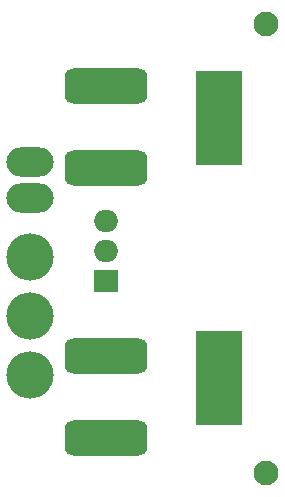
<source format=gts>
G04 #@! TF.GenerationSoftware,KiCad,Pcbnew,8.0.0*
G04 #@! TF.CreationDate,2024-05-22T21:05:34-07:00*
G04 #@! TF.ProjectId,sim_switch,73696d5f-7377-4697-9463-682e6b696361,rev?*
G04 #@! TF.SameCoordinates,Original*
G04 #@! TF.FileFunction,Soldermask,Top*
G04 #@! TF.FilePolarity,Negative*
%FSLAX46Y46*%
G04 Gerber Fmt 4.6, Leading zero omitted, Abs format (unit mm)*
G04 Created by KiCad (PCBNEW 8.0.0) date 2024-05-22 21:05:34*
%MOMM*%
%LPD*%
G01*
G04 APERTURE LIST*
G04 Aperture macros list*
%AMRoundRect*
0 Rectangle with rounded corners*
0 $1 Rounding radius*
0 $2 $3 $4 $5 $6 $7 $8 $9 X,Y pos of 4 corners*
0 Add a 4 corners polygon primitive as box body*
4,1,4,$2,$3,$4,$5,$6,$7,$8,$9,$2,$3,0*
0 Add four circle primitives for the rounded corners*
1,1,$1+$1,$2,$3*
1,1,$1+$1,$4,$5*
1,1,$1+$1,$6,$7*
1,1,$1+$1,$8,$9*
0 Add four rect primitives between the rounded corners*
20,1,$1+$1,$2,$3,$4,$5,0*
20,1,$1+$1,$4,$5,$6,$7,0*
20,1,$1+$1,$6,$7,$8,$9,0*
20,1,$1+$1,$8,$9,$2,$3,0*%
G04 Aperture macros list end*
%ADD10R,4.000000X8.000000*%
%ADD11C,2.100000*%
%ADD12RoundRect,0.750000X-2.750000X-0.750000X2.750000X-0.750000X2.750000X0.750000X-2.750000X0.750000X0*%
%ADD13RoundRect,0.750000X2.750000X0.750000X-2.750000X0.750000X-2.750000X-0.750000X2.750000X-0.750000X0*%
%ADD14R,2.000000X1.905000*%
%ADD15O,2.000000X1.905000*%
%ADD16O,4.000000X2.500000*%
%ADD17O,4.000000X4.000000*%
G04 APERTURE END LIST*
D10*
X162000000Y-87000000D03*
X162000000Y-65000000D03*
D11*
X166000000Y-95000000D03*
X166000000Y-57000000D03*
D12*
X152400000Y-85090000D03*
X152400000Y-92090000D03*
D13*
X152400000Y-69230000D03*
X152400000Y-62230000D03*
D14*
X152400000Y-78740000D03*
D15*
X152400000Y-76200000D03*
X152400000Y-73660000D03*
D16*
X146019000Y-68711000D03*
X146019000Y-71711000D03*
D17*
X146019000Y-76711000D03*
X146019000Y-81711000D03*
X146019000Y-86711000D03*
M02*

</source>
